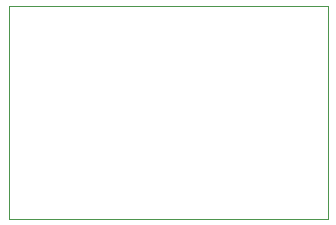
<source format=gbr>
G04 #@! TF.GenerationSoftware,KiCad,Pcbnew,8.0.3*
G04 #@! TF.CreationDate,2024-08-02T19:38:21+02:00*
G04 #@! TF.ProjectId,powermod,706f7765-726d-46f6-942e-6b696361645f,rev?*
G04 #@! TF.SameCoordinates,PXf42400PY2719c40*
G04 #@! TF.FileFunction,Glue,Bot*
G04 #@! TF.FilePolarity,Positive*
%FSLAX46Y46*%
G04 Gerber Fmt 4.6, Leading zero omitted, Abs format (unit mm)*
G04 Created by KiCad (PCBNEW 8.0.3) date 2024-08-02 19:38:21*
%MOMM*%
%LPD*%
G01*
G04 APERTURE LIST*
G04 #@! TA.AperFunction,Profile*
%ADD10C,0.120000*%
G04 #@! TD*
G04 APERTURE END LIST*
D10*
X0Y-16000000D02*
X27000000Y-16000000D01*
X27000000Y2000000D02*
X0Y2000000D01*
X27000000Y-16000000D02*
X27000000Y2000000D01*
X0Y2000000D02*
X0Y-16000000D01*
M02*

</source>
